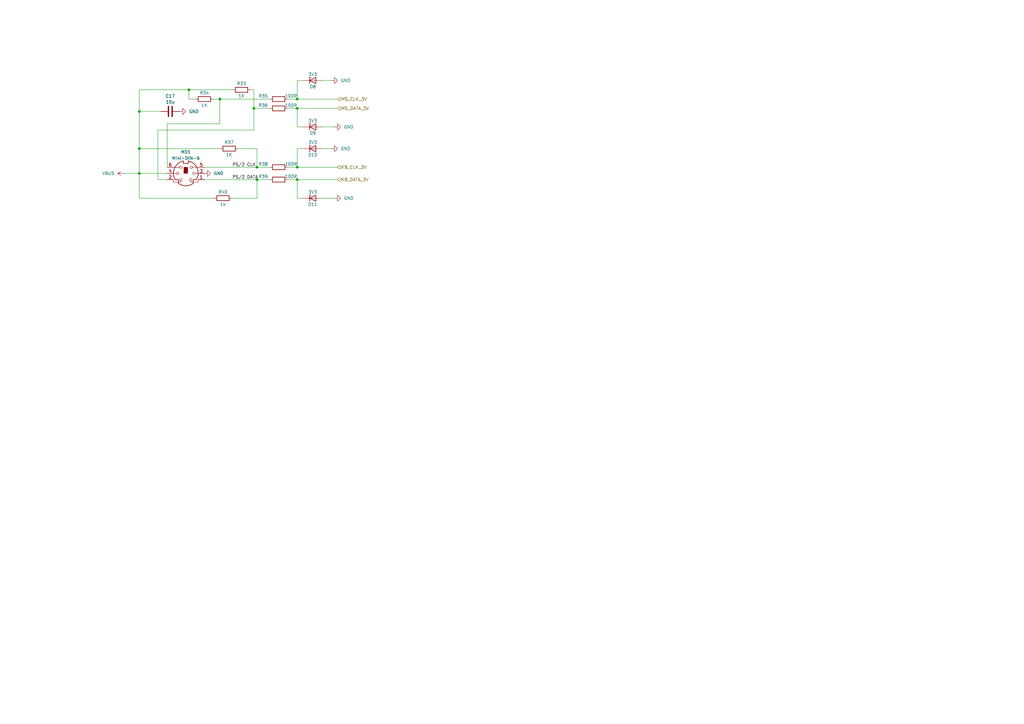
<source format=kicad_sch>
(kicad_sch (version 20231120) (generator "eeschema") (generator_version "8.0")
  (paper "A3")
  (title_block (title "Valera") (date "2025-01-08") (rev "1.0") (company "Mikhail Matveev") (comment 1 "https://github.com/xtremespb/valera"))
  (lib_symbols
    (symbol "Connector:Mini-DIN-6" (pin_names (offset 1.016))
      (property "Reference" "J" (at 0 6.35 0))
      (property "Value" "Mini-DIN-6" (at 0 -6.35 0))
      (symbol "Mini-DIN-6_0_1"
        (circle (center -3.302 0) (radius 0.508))
        (arc (start -3.048 -4.064) (mid 0 -5.08) (end 3.048 -4.064) (stroke (width 0.254)))
        (circle (center -2.032 -2.54) (radius 0.508))
        (circle (center -2.032 2.54) (radius 0.508))
        (arc (start -1.016 5.08) (mid -4.6228 2.1214) (end -4.318 -2.54) (stroke (width 0.254)))
        (rectangle (start -0.762 2.54) (end 0.762 0) (fill (type outline)))
        (polyline (pts (xy -3.81 0) (xy -5.08 0)))
        (polyline (pts (xy -2.54 2.54) (xy -5.08 2.54)))
        (polyline (pts (xy 2.794 2.54) (xy 5.08 2.54)))
        (polyline (pts (xy 5.08 0) (xy 3.81 0)))
        (polyline (pts (xy -4.318 -2.54) (xy -3.048 -2.54) (xy -3.048 -4.064)) (stroke (width 0.254)))
        (polyline (pts (xy 4.318 -2.54) (xy 3.048 -2.54) (xy 3.048 -4.064)) (stroke (width 0.254)))
        (polyline (pts (xy -2.032 -3.048) (xy -2.032 -3.556) (xy -5.08 -3.556) (xy -5.08 -2.54)))
        (polyline (pts (xy -1.016 5.08) (xy -1.016 4.064) (xy 1.016 4.064) (xy 1.016 5.08)) (stroke (width 0.254)))
        (polyline (pts (xy 2.032 -3.048) (xy 2.032 -3.556) (xy 5.08 -3.556) (xy 5.08 -2.54)))
        (circle (center 2.032 -2.54) (radius 0.508))
        (circle (center 2.286 2.54) (radius 0.508))
        (circle (center 3.302 0) (radius 0.508))
        (arc (start 4.318 -2.54) (mid 4.6661 2.1322) (end 1.016 5.08) (stroke (width 0.254)))
      )
      (symbol "Mini-DIN-6_1_1"
        (pin passive line (at 7.62 -2.54 180) (length 2.54) (name "~") (number "1"))
        (pin passive line (at -7.62 -2.54 0) (length 2.54) (name "~") (number "2"))
        (pin passive line (at 7.62 0 180) (length 2.54) (name "~") (number "3"))
        (pin passive line (at -7.62 0 0) (length 2.54) (name "~") (number "4"))
        (pin passive line (at 7.62 2.54 180) (length 2.54) (name "~") (number "5"))
        (pin passive line (at -7.62 2.54 0) (length 2.54) (name "~") (number "6"))
      )
    )
    (symbol "Device:C" (pin_numbers hide) (pin_names (offset 0.254))
      (property "Reference" "C" (at 0.635 2.54 0))
      (property "Value" "C" (at 0.635 -2.54 0))
      (symbol "C_0_1"
        (polyline (pts (xy -2.032 -0.762) (xy 2.032 -0.762)) (stroke (width 0.508)))
        (polyline (pts (xy -2.032 0.762) (xy 2.032 0.762)) (stroke (width 0.508)))
      )
      (symbol "C_1_1"
        (pin passive line (at 0 3.81 270) (length 2.794) (name "~") (number "1"))
        (pin passive line (at 0 -3.81 90) (length 2.794) (name "~") (number "2"))
      )
    )
    (symbol "Device:D_Zener" (pin_numbers hide) (pin_names (offset 1.016) hide)
      (property "Reference" "D" (at 0 2.54 0))
      (property "Value" "D_Zener" (at 0 -2.54 0))
      (symbol "D_Zener_0_1"
        (polyline (pts (xy 1.27 0) (xy -1.27 0)))
        (polyline (pts (xy -1.27 -1.27) (xy -1.27 1.27) (xy -0.762 1.27)) (stroke (width 0.254)))
        (polyline (pts (xy 1.27 -1.27) (xy 1.27 1.27) (xy -1.27 0) (xy 1.27 -1.27)) (stroke (width 0.254)))
      )
      (symbol "D_Zener_1_1"
        (pin passive line (at -3.81 0 0) (length 2.54) (name "K") (number "1"))
        (pin passive line (at 3.81 0 180) (length 2.54) (name "A") (number "2"))
      )
    )
    (symbol "Device:R" (pin_numbers hide) (pin_names (offset 0))
      (property "Reference" "R" (at 2.032 0 90))
      (property "Value" "R" (at 0 0 90))
      (symbol "R_0_1"
        (rectangle (start -1.016 -2.54) (end 1.016 2.54) (stroke (width 0.254)))
      )
      (symbol "R_1_1"
        (pin passive line (at 0 3.81 270) (length 1.27) (name "~") (number "1"))
        (pin passive line (at 0 -3.81 90) (length 1.27) (name "~") (number "2"))
      )
    )
    (symbol "GND_2" (power) (pin_numbers hide) (pin_names (offset 0) hide)
      (property "Value" "GND" (at 0 -3.81 0))
      (symbol "GND_2_0_1"
        (polyline (pts (xy 0 0) (xy 0 -1.27) (xy 1.27 -1.27) (xy 0 -2.54) (xy -1.27 -1.27) (xy 0 -1.27)))
      )
      (symbol "GND_2_1_1"
        (pin power_in line (at 0 0 270) (length 0) (name "~") (number "1"))
      )
    )
    (symbol "power:VBUS" (power) (pin_numbers hide) (pin_names (offset 0) hide)
      (property "Value" "VBUS" (at 0 3.556 0))
      (symbol "VBUS_0_1"
        (polyline (pts (xy -0.762 1.27) (xy 0 2.54)))
        (polyline (pts (xy 0 0) (xy 0 2.54)))
        (polyline (pts (xy 0 2.54) (xy 0.762 1.27)))
      )
      (symbol "VBUS_1_1"
        (pin power_in line (at 0 0 90) (length 0) (name "~") (number "1"))
      )
    )
  )
  (junction (at 121.92 40.64))
  (junction (at 105.41 68.58))
  (junction (at 90.17 40.64))
  (junction (at 57.15 60.96))
  (junction (at 105.41 73.66))
  (junction (at 57.15 71.12))
  (junction (at 77.47 36.83))
  (junction (at 104.14 44.45))
  (junction (at 121.92 73.66))
  (junction (at 121.92 68.58))
  (junction (at 121.92 44.45))
  (junction (at 57.15 45.72))
  (wire (pts (xy 121.92 68.58) (xy 138.43 68.58)))
  (wire (pts (xy 104.14 44.45) (xy 104.14 53.34)))
  (wire (pts (xy 110.49 40.64) (xy 90.17 40.64)))
  (wire (pts (xy 121.92 52.07) (xy 121.92 44.45)))
  (wire (pts (xy 105.41 81.28) (xy 105.41 73.66)))
  (wire (pts (xy 132.08 33.02) (xy 135.89 33.02)))
  (wire (pts (xy 110.49 44.45) (xy 104.14 44.45)))
  (wire (pts (xy 57.15 36.83) (xy 57.15 45.72)))
  (wire (pts (xy 57.15 81.28) (xy 87.63 81.28)))
  (wire (pts (xy 121.92 81.28) (xy 121.92 73.66)))
  (wire (pts (xy 124.46 33.02) (xy 121.92 33.02)))
  (wire (pts (xy 57.15 60.96) (xy 57.15 71.12)))
  (wire (pts (xy 121.92 40.64) (xy 118.11 40.64)))
  (wire (pts (xy 90.17 50.8) (xy 68.58 50.8)))
  (wire (pts (xy 121.92 44.45) (xy 118.11 44.45)))
  (wire (pts (xy 97.79 60.96) (xy 105.41 60.96)))
  (wire (pts (xy 83.82 73.66) (xy 105.41 73.66)))
  (wire (pts (xy 90.17 40.64) (xy 90.17 50.8)))
  (wire (pts (xy 104.14 53.34) (xy 64.77 53.34)))
  (wire (pts (xy 57.15 71.12) (xy 68.58 71.12)))
  (wire (pts (xy 121.92 73.66) (xy 138.43 73.66)))
  (wire (pts (xy 132.08 60.96) (xy 135.89 60.96)))
  (wire (pts (xy 104.14 36.83) (xy 104.14 44.45)))
  (wire (pts (xy 83.82 68.58) (xy 105.41 68.58)))
  (wire (pts (xy 57.15 45.72) (xy 57.15 60.96)))
  (wire (pts (xy 105.41 68.58) (xy 110.49 68.58)))
  (wire (pts (xy 64.77 73.66) (xy 64.77 53.34)))
  (wire (pts (xy 68.58 73.66) (xy 64.77 73.66)))
  (wire (pts (xy 57.15 81.28) (xy 57.15 71.12)))
  (wire (pts (xy 77.47 40.64) (xy 77.47 36.83)))
  (wire (pts (xy 124.46 81.28) (xy 121.92 81.28)))
  (wire (pts (xy 105.41 60.96) (xy 105.41 68.58)))
  (wire (pts (xy 57.15 45.72) (xy 66.04 45.72)))
  (wire (pts (xy 105.41 73.66) (xy 110.49 73.66)))
  (wire (pts (xy 121.92 60.96) (xy 121.92 68.58)))
  (wire (pts (xy 124.46 52.07) (xy 121.92 52.07)))
  (wire (pts (xy 102.87 36.83) (xy 104.14 36.83)))
  (wire (pts (xy 121.92 73.66) (xy 118.11 73.66)))
  (wire (pts (xy 68.58 68.58) (xy 68.58 50.8)))
  (wire (pts (xy 121.92 44.45) (xy 138.43 44.45)))
  (wire (pts (xy 50.8 71.12) (xy 57.15 71.12)))
  (wire (pts (xy 121.92 40.64) (xy 138.43 40.64)))
  (wire (pts (xy 57.15 60.96) (xy 90.17 60.96)))
  (wire (pts (xy 87.63 40.64) (xy 90.17 40.64)))
  (wire (pts (xy 80.01 40.64) (xy 77.47 40.64)))
  (wire (pts (xy 132.08 52.07) (xy 137.16 52.07)))
  (wire (pts (xy 124.46 60.96) (xy 121.92 60.96)))
  (wire (pts (xy 95.25 36.83) (xy 77.47 36.83)))
  (wire (pts (xy 132.08 81.28) (xy 137.16 81.28)))
  (wire (pts (xy 121.92 33.02) (xy 121.92 40.64)))
  (wire (pts (xy 121.92 68.58) (xy 118.11 68.58)))
  (wire (pts (xy 95.25 81.28) (xy 105.41 81.28)))
  (wire (pts (xy 77.47 36.83) (xy 57.15 36.83)))
  (label "PS{slash}2 DATA" (at 95.25 73.66 0))
  (label "PS{slash}2 CLK" (at 95.25 68.58 0))
  (hierarchical_label "KB_DATA_3V" (shape input) (at 138.43 73.66 0))
  (hierarchical_label "MS_DATA_3V" (shape input) (at 138.43 44.45 0))
  (hierarchical_label "MS_CLK_3V" (shape input) (at 138.43 40.64 0))
  (hierarchical_label "KB_CLK_3V" (shape input) (at 138.43 68.58 0))
  (symbol (lib_id "Device:R") (at 114.3 44.45 90) (unit 1)
    (property "Reference" "R36" (at 107.95 43.18 90))
    (property "Value" "100R" (at 119.38 43.18 90))
    (property "Footprint" "LIBS:R_0805" (effects (hide yes)))
  )
  (symbol (lib_id "Device:R") (at 99.06 36.83 90) (unit 1)
    (property "Reference" "R33" (at 99.06 34.29 90))
    (property "Value" "1K" (at 99.06 39.37 90))
    (property "Footprint" "LIBS:R_0805" (effects (hide yes)))
  )
  (symbol (lib_id "Device:D_Zener") (at 128.27 81.28 0) (unit 1)
    (property "Reference" "D11" (at 128.27 83.82 0))
    (property "Value" "3V3" (at 128.27 78.74 0))
    (property "Footprint" "LIBS:D_0805" (effects (hide yes)))
  )
  (symbol (lib_id "Device:C") (at 69.85 45.72 90) (unit 1)
    (property "Reference" "C17" (at 69.85 39.4165 90))
    (property "Value" "10u" (at 69.85 41.8408 90))
    (property "Footprint" "LIBS:C_0805" (effects (hide yes)))
  )
  (symbol (lib_name "GND_2") (lib_id "power:GND") (at 135.89 33.02 90) (unit 1)
    (property "Reference" "#PWR032" (effects (hide yes)))
    (property "Value" "GND" (at 139.7 33.0199 90) (effects (justify right)))
    (property "Description" "Power symbol creates a global label with name \"GND\" , ground" (effects (hide yes)))
  )
  (symbol (lib_id "Device:R") (at 114.3 68.58 90) (unit 1)
    (property "Reference" "R38" (at 107.95 67.31 90))
    (property "Value" "100R" (at 119.38 67.31 90))
    (property "Footprint" "LIBS:R_0805" (effects (hide yes)))
  )
  (symbol (lib_name "GND_2") (lib_id "power:GND") (at 83.82 71.12 90) (unit 1)
    (property "Reference" "#PWR037" (effects (hide yes)))
    (property "Value" "GND" (at 87.63 71.1199 90) (effects (justify right)))
    (property "Description" "Power symbol creates a global label with name \"GND\" , ground" (effects (hide yes)))
  )
  (symbol (lib_id "Device:D_Zener") (at 128.27 60.96 0) (unit 1)
    (property "Reference" "D10" (at 128.27 63.5 0))
    (property "Value" "3V3" (at 128.27 58.42 0))
    (property "Footprint" "LIBS:D_0805" (effects (hide yes)))
  )
  (symbol (lib_id "Device:R") (at 83.82 40.64 90) (unit 1)
    (property "Reference" "R34" (at 83.82 38.1 90))
    (property "Value" "1K" (at 83.82 43.18 90))
    (property "Footprint" "LIBS:R_0805" (effects (hide yes)))
  )
  (symbol (lib_id "Connector:Mini-DIN-6") (at 76.2 71.12 0) (unit 1)
    (property "Reference" "MD1" (at 76.2177 62.3402 0))
    (property "Value" "Mini-DIN-6" (at 76.2177 64.8771 0))
    (property "Footprint" "LIBS:Connector_Mini-DIN_Female_6Pin_2rows" (effects (hide yes)))
    (property "Datasheet" "http://service.powerdynamics.com/ec/Catalog17/Section%2011.pdf" (effects (hide yes)))
  )
  (symbol (lib_name "GND_2") (lib_id "power:GND") (at 135.89 60.96 90) (unit 1)
    (property "Reference" "#PWR035" (effects (hide yes)))
    (property "Value" "GND" (at 139.7 60.9599 90) (effects (justify right)))
    (property "Description" "Power symbol creates a global label with name \"GND\" , ground" (effects (hide yes)))
  )
  (symbol (lib_name "GND_2") (lib_id "power:GND") (at 73.66 45.72 90) (unit 1)
    (property "Reference" "#PWR033" (effects (hide yes)))
    (property "Value" "GND" (at 77.47 45.7199 90) (effects (justify right)))
    (property "Description" "Power symbol creates a global label with name \"GND\" , ground" (effects (hide yes)))
  )
  (symbol (lib_name "GND_2") (lib_id "power:GND") (at 137.16 81.28 90) (unit 1)
    (property "Reference" "#PWR038" (effects (hide yes)))
    (property "Value" "GND" (at 140.97 81.2799 90) (effects (justify right)))
    (property "Description" "Power symbol creates a global label with name \"GND\" , ground" (effects (hide yes)))
  )
  (symbol (lib_id "Device:D_Zener") (at 128.27 33.02 0) (unit 1)
    (property "Reference" "D8" (at 128.27 35.56 0))
    (property "Value" "3V3" (at 128.27 30.48 0))
    (property "Footprint" "LIBS:D_0805" (effects (hide yes)))
  )
  (symbol (lib_name "GND_2") (lib_id "power:GND") (at 137.16 52.07 90) (unit 1)
    (property "Reference" "#PWR034" (effects (hide yes)))
    (property "Value" "GND" (at 140.97 52.0699 90) (effects (justify right)))
    (property "Description" "Power symbol creates a global label with name \"GND\" , ground" (effects (hide yes)))
  )
  (symbol (lib_id "power:VBUS") (at 50.8 71.12 90) (unit 1)
    (property "Reference" "#PWR036" (effects (hide yes)))
    (property "Value" "VBUS" (at 46.99 71.1199 90) (effects (justify left)))
    (property "Description" "Power symbol creates a global label with name \"VBUS\"" (effects (hide yes)))
  )
  (symbol (lib_id "Device:R") (at 114.3 73.66 90) (unit 1)
    (property "Reference" "R39" (at 107.95 72.39 90))
    (property "Value" "100R" (at 119.38 72.39 90))
    (property "Footprint" "LIBS:R_0805" (effects (hide yes)))
  )
  (symbol (lib_id "Device:D_Zener") (at 128.27 52.07 0) (unit 1)
    (property "Reference" "D9" (at 128.27 54.61 0))
    (property "Value" "3V3" (at 128.27 49.53 0))
    (property "Footprint" "LIBS:D_0805" (effects (hide yes)))
  )
  (symbol (lib_id "Device:R") (at 91.44 81.28 90) (unit 1)
    (property "Reference" "R40" (at 91.44 78.74 90))
    (property "Value" "1k" (at 91.44 83.82 90))
    (property "Footprint" "LIBS:R_0805" (effects (hide yes)))
  )
  (symbol (lib_id "Device:R") (at 114.3 40.64 90) (unit 1)
    (property "Reference" "R35" (at 107.95 39.37 90))
    (property "Value" "100R" (at 119.38 39.37 90))
    (property "Footprint" "LIBS:R_0805" (effects (hide yes)))
  )
  (symbol (lib_id "Device:R") (at 93.98 60.96 90) (unit 1)
    (property "Reference" "R37" (at 93.98 58.42 90))
    (property "Value" "1K" (at 93.98 63.5 90))
    (property "Footprint" "LIBS:R_0805" (effects (hide yes)))
  )
)
</source>
